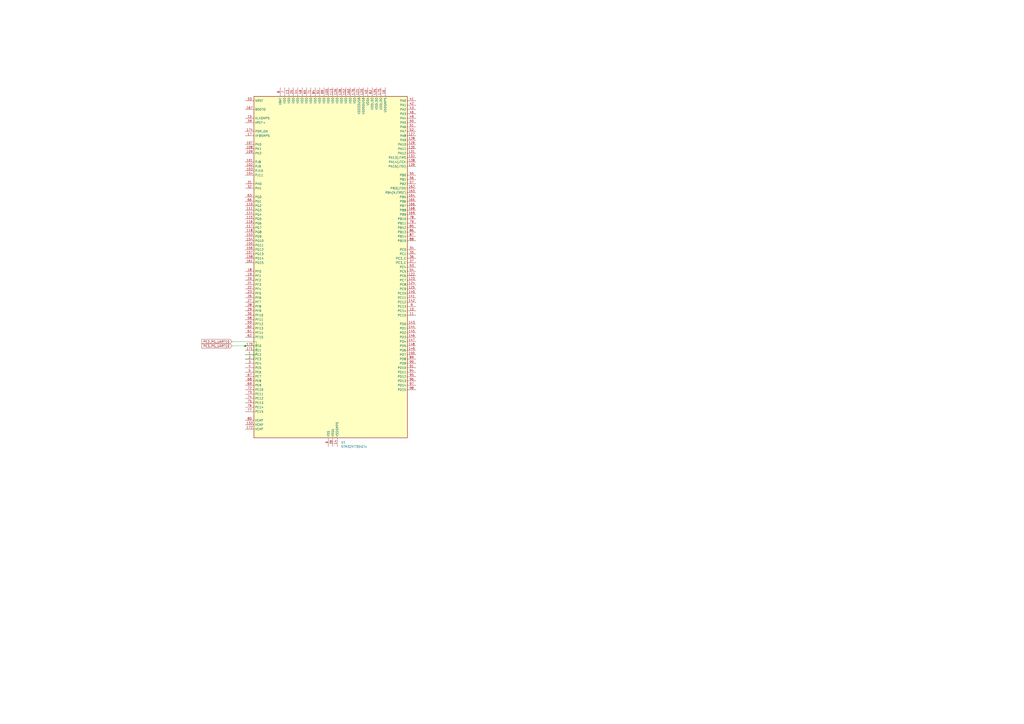
<source format=kicad_sch>
(kicad_sch (version 20231120) (generator "eeschema") (generator_version "8.0")
  (paper "A2")
  (lib_symbols
    (symbol "MCU_ST_STM32H7:STM32H735IGTx"
      (property "Reference" "U" (at -43.18 100.33 0))
      (property "Value" "STM32H735IGTx" (at 35.56 100.33 0))
      (symbol "STM32H735IGTx_0_1"
        (rectangle (start -43.18 -99.06) (end 45.72 99.06) (stroke (width 0.254)) (fill (type background)))
      )
      (symbol "STM32H735IGTx_1_1"
        (pin bidirectional line (at -48.26 -50.8 0) (length 5.08) (name "PE2") (number "1"))
        (pin bidirectional line (at 50.8 -25.4 180) (length 5.08) (name "PC14") (number "10"))
        (pin passive line (at 0 -104.14 90) (length 5.08) hide (name "VSS") (number "100"))
        (pin bidirectional line (at -48.26 60.96 0) (length 5.08) (name "PJ8") (number "101"))
        (pin bidirectional line (at -48.26 58.42 0) (length 5.08) (name "PJ9") (number "102"))
        (pin bidirectional line (at -48.26 55.88 0) (length 5.08) (name "PJ10") (number "103"))
        (pin bidirectional line (at -48.26 53.34 0) (length 5.08) (name "PJ11") (number "104"))
        (pin power_in line (at 0 104.14 270) (length 5.08) (name "VDD") (number "105"))
        (pin passive line (at 0 -104.14 90) (length 5.08) hide (name "VSS") (number "106"))
        (pin bidirectional line (at -48.26 71.12 0) (length 5.08) (name "PK0") (number "107"))
        (pin bidirectional line (at -48.26 68.58 0) (length 5.08) (name "PK1") (number "108"))
        (pin bidirectional line (at -48.26 66.04 0) (length 5.08) (name "PK2") (number "109"))
        (pin bidirectional line (at 50.8 -27.94 180) (length 5.08) (name "PC15") (number "11"))
        (pin bidirectional line (at -48.26 35.56 0) (length 5.08) (name "PG2") (number "110"))
        (pin bidirectional line (at -48.26 33.02 0) (length 5.08) (name "PG3") (number "111"))
        (pin passive line (at 0 -104.14 90) (length 5.08) hide (name "VSS") (number "112"))
        (pin power_in line (at 2.54 104.14 270) (length 5.08) (name "VDD") (number "113"))
        (pin bidirectional line (at -48.26 30.48 0) (length 5.08) (name "PG4") (number "114"))
        (pin bidirectional line (at -48.26 27.94 0) (length 5.08) (name "PG5") (number "115"))
        (pin bidirectional line (at -48.26 25.4 0) (length 5.08) (name "PG6") (number "116"))
        (pin bidirectional line (at -48.26 22.86 0) (length 5.08) (name "PG7") (number "117"))
        (pin bidirectional line (at -48.26 20.32 0) (length 5.08) (name "PG8") (number "118"))
        (pin passive line (at 0 -104.14 90) (length 5.08) hide (name "VSS") (number "119"))
        (pin passive line (at 0 -104.14 90) (length 5.08) hide (name "VSS") (number "12"))
        (pin power_in line (at 20.32 104.14 270) (length 5.08) (name "VDD50USB") (number "120"))
        (pin power_in line (at 17.78 104.14 270) (length 5.08) (name "VDD33USB") (number "121"))
        (pin bidirectional line (at 50.8 -5.08 180) (length 5.08) (name "PC6") (number "122"))
        (pin bidirectional line (at 50.8 -7.62 180) (length 5.08) (name "PC7") (number "123"))
        (pin bidirectional line (at 50.8 -10.16 180) (length 5.08) (name "PC8") (number "124"))
        (pin bidirectional line (at 50.8 -12.7 180) (length 5.08) (name "PC9") (number "125"))
        (pin power_in line (at 5.08 104.14 270) (length 5.08) (name "VDD") (number "126"))
        (pin bidirectional line (at 50.8 76.2 180) (length 5.08) (name "PA8") (number "127"))
        (pin bidirectional line (at 50.8 73.66 180) (length 5.08) (name "PA9") (number "128"))
        (pin bidirectional line (at 50.8 71.12 180) (length 5.08) (name "PA10") (number "129"))
        (pin power_in line (at -22.86 104.14 270) (length 5.08) (name "VDD") (number "13"))
        (pin bidirectional line (at 50.8 68.58 180) (length 5.08) (name "PA11") (number "130"))
        (pin bidirectional line (at 50.8 66.04 180) (length 5.08) (name "PA12") (number "131"))
        (pin bidirectional line (at 50.8 63.5 180) (length 5.08) (name "PA13(JTMS") (number "132"))
        (pin power_out line (at -48.26 -91.44 0) (length 5.08) (name "VCAP") (number "133"))
        (pin passive line (at 0 -104.14 90) (length 5.08) hide (name "VSS") (number "134"))
        (pin power_in line (at 27.94 104.14 270) (length 5.08) (name "VDDLDO") (number "135"))
        (pin power_in line (at 7.62 104.14 270) (length 5.08) (name "VDD") (number "136"))
        (pin passive line (at 0 -104.14 90) (length 5.08) hide (name "VSS") (number "137"))
        (pin bidirectional line (at 50.8 60.96 180) (length 5.08) (name "PA14(JTCK") (number "138"))
        (pin bidirectional line (at 50.8 58.42 180) (length 5.08) (name "PA15(JTDI)") (number "139"))
        (pin power_in line (at 5.08 -104.14 90) (length 5.08) (name "VSSSMPS") (number "14"))
        (pin bidirectional line (at 50.8 -15.24 180) (length 5.08) (name "PC10") (number "140"))
        (pin bidirectional line (at 50.8 -17.78 180) (length 5.08) (name "PC11") (number "141"))
        (pin bidirectional line (at 50.8 -20.32 180) (length 5.08) (name "PC12") (number "142"))
        (pin bidirectional line (at 50.8 -33.02 180) (length 5.08) (name "PD0") (number "143"))
        (pin bidirectional line (at 50.8 -35.56 180) (length 5.08) (name "PD1") (number "144"))
        (pin bidirectional line (at 50.8 -38.1 180) (length 5.08) (name "PD2") (number "145"))
        (pin bidirectional line (at 50.8 -40.64 180) (length 5.08) (name "PD3") (number "146"))
        (pin bidirectional line (at 50.8 -43.18 180) (length 5.08) (name "PD4") (number "147"))
        (pin bidirectional line (at 50.8 -45.72 180) (length 5.08) (name "PD5") (number "148"))
        (pin bidirectional line (at 50.8 -48.26 180) (length 5.08) (name "PD6") (number "149"))
        (pin power_in line (at -48.26 86.36 0) (length 5.08) (name "VLXSMPS") (number "15"))
        (pin bidirectional line (at 50.8 -50.8 180) (length 5.08) (name "PD7") (number "150"))
        (pin passive line (at 0 -104.14 90) (length 5.08) hide (name "VSS") (number "151"))
        (pin power_in line (at 10.16 104.14 270) (length 5.08) (name "VDD") (number "152"))
        (pin bidirectional line (at -48.26 17.78 0) (length 5.08) (name "PG9") (number "153"))
        (pin bidirectional line (at -48.26 15.24 0) (length 5.08) (name "PG10") (number "154"))
        (pin bidirectional line (at -48.26 12.7 0) (length 5.08) (name "PG11") (number "155"))
        (pin bidirectional line (at -48.26 10.16 0) (length 5.08) (name "PG12") (number "156"))
        (pin bidirectional line (at -48.26 7.62 0) (length 5.08) (name "PG13") (number "157"))
        (pin bidirectional line (at -48.26 5.08 0) (length 5.08) (name "PG14") (number "158"))
        (pin passive line (at 0 -104.14 90) (length 5.08) hide (name "VSS") (number "159"))
        (pin power_in line (at 33.02 104.14 270) (length 5.08) (name "VDDSMPS") (number "16"))
        (pin power_in line (at 12.7 104.14 270) (length 5.08) (name "VDD") (number "160"))
        (pin bidirectional line (at -48.26 2.54 0) (length 5.08) (name "PG15") (number "161"))
        (pin bidirectional line (at 50.8 45.72 180) (length 5.08) (name "PB3(JTDO") (number "162"))
        (pin bidirectional line (at 50.8 43.18 180) (length 5.08) (name "PB4(NJTRST)") (number "163"))
        (pin bidirectional line (at 50.8 40.64 180) (length 5.08) (name "PB5") (number "164"))
        (pin bidirectional line (at 50.8 38.1 180) (length 5.08) (name "PB6") (number "165"))
        (pin bidirectional line (at 50.8 35.56 180) (length 5.08) (name "PB7") (number "166"))
        (pin input line (at -48.26 91.44 0) (length 5.08) (name "BOOT0") (number "167"))
        (pin bidirectional line (at 50.8 33.02 180) (length 5.08) (name "PB8") (number "168"))
        (pin bidirectional line (at 50.8 30.48 180) (length 5.08) (name "PB9") (number "169"))
        (pin input line (at -48.26 76.2 0) (length 5.08) (name "VFBSMPS") (number "17"))
        (pin bidirectional line (at -48.26 -45.72 0) (length 5.08) (name "PE0") (number "170"))
        (pin bidirectional line (at -48.26 -48.26 0) (length 5.08) (name "PE1") (number "171"))
        (pin power_out line (at -48.26 -93.98 0) (length 5.08) (name "VCAP") (number "172"))
        (pin passive line (at 0 -104.14 90) (length 5.08) hide (name "VSS") (number "173"))
        (pin input line (at -48.26 78.74 0) (length 5.08) (name "PDR_ON") (number "174"))
        (pin power_in line (at 30.48 104.14 270) (length 5.08) (name "VDDLDO") (number "175"))
        (pin power_in line (at 15.24 104.14 270) (length 5.08) (name "VDD") (number "176"))
        (pin bidirectional line (at -48.26 -2.54 0) (length 5.08) (name "PF0") (number "18"))
        (pin bidirectional line (at -48.26 -5.08 0) (length 5.08) (name "PF1") (number "19"))
        (pin bidirectional line (at -48.26 -53.34 0) (length 5.08) (name "PE3") (number "2"))
        (pin bidirectional line (at -48.26 -7.62 0) (length 5.08) (name "PF2") (number "20"))
        (pin bidirectional line (at -48.26 -10.16 0) (length 5.08) (name "PF3") (number "21"))
        (pin bidirectional line (at -48.26 -12.7 0) (length 5.08) (name "PF4") (number "22"))
        (pin bidirectional line (at -48.26 -15.24 0) (length 5.08) (name "PF5") (number "23"))
        (pin passive line (at 0 -104.14 90) (length 5.08) hide (name "VSS") (number "24"))
        (pin power_in line (at -20.32 104.14 270) (length 5.08) (name "VDD") (number "25"))
        (pin bidirectional line (at -48.26 -17.78 0) (length 5.08) (name "PF6") (number "26"))
        (pin bidirectional line (at -48.26 -20.32 0) (length 5.08) (name "PF7") (number "27"))
        (pin bidirectional line (at -48.26 -22.86 0) (length 5.08) (name "PF8") (number "28"))
        (pin bidirectional line (at -48.26 -25.4 0) (length 5.08) (name "PF9") (number "29"))
        (pin bidirectional line (at -48.26 -55.88 0) (length 5.08) (name "PE4") (number "3"))
        (pin bidirectional line (at -48.26 -27.94 0) (length 5.08) (name "PF10") (number "30"))
        (pin bidirectional line (at -48.26 48.26 0) (length 5.08) (name "PH0") (number "31"))
        (pin bidirectional line (at -48.26 45.72 0) (length 5.08) (name "PH1") (number "32"))
        (pin input line (at -48.26 96.52 0) (length 5.08) (name "NRST") (number "33"))
        (pin bidirectional line (at 50.8 10.16 180) (length 5.08) (name "PC0") (number "34"))
        (pin bidirectional line (at 50.8 7.62 180) (length 5.08) (name "PC1") (number "35"))
        (pin bidirectional line (at 50.8 5.08 180) (length 5.08) (name "PC2_C") (number "36"))
        (pin bidirectional line (at 50.8 2.54 180) (length 5.08) (name "PC3_C") (number "37"))
        (pin power_in line (at 2.54 -104.14 90) (length 5.08) (name "VSSA") (number "38"))
        (pin input line (at -48.26 83.82 0) (length 5.08) (name "VREF+") (number "39"))
        (pin bidirectional line (at -48.26 -58.42 0) (length 5.08) (name "PE5") (number "4"))
        (pin power_in line (at 22.86 104.14 270) (length 5.08) (name "VDDA") (number "40"))
        (pin bidirectional line (at 50.8 96.52 180) (length 5.08) (name "PA0") (number "41"))
        (pin bidirectional line (at 50.8 93.98 180) (length 5.08) (name "PA1") (number "42"))
        (pin bidirectional line (at 50.8 91.44 180) (length 5.08) (name "PA2") (number "43"))
        (pin power_in line (at -17.78 104.14 270) (length 5.08) (name "VDD") (number "44"))
        (pin passive line (at 0 -104.14 90) (length 5.08) hide (name "VSS") (number "45"))
        (pin bidirectional line (at 50.8 88.9 180) (length 5.08) (name "PA3") (number "46"))
        (pin passive line (at 0 -104.14 90) (length 5.08) hide (name "VSS") (number "47"))
        (pin power_in line (at -15.24 104.14 270) (length 5.08) (name "VDD") (number "48"))
        (pin bidirectional line (at 50.8 86.36 180) (length 5.08) (name "PA4") (number "49"))
        (pin bidirectional line (at -48.26 -60.96 0) (length 5.08) (name "PE6") (number "5"))
        (pin bidirectional line (at 50.8 83.82 180) (length 5.08) (name "PA5") (number "50"))
        (pin bidirectional line (at 50.8 81.28 180) (length 5.08) (name "PA6") (number "51"))
        (pin bidirectional line (at 50.8 78.74 180) (length 5.08) (name "PA7") (number "52"))
        (pin bidirectional line (at 50.8 0 180) (length 5.08) (name "PC4") (number "53"))
        (pin bidirectional line (at 50.8 -2.54 180) (length 5.08) (name "PC5") (number "54"))
        (pin bidirectional line (at 50.8 53.34 180) (length 5.08) (name "PB0") (number "55"))
        (pin bidirectional line (at 50.8 50.8 180) (length 5.08) (name "PB1") (number "56"))
        (pin bidirectional line (at 50.8 48.26 180) (length 5.08) (name "PB2") (number "57"))
        (pin bidirectional line (at -48.26 -30.48 0) (length 5.08) (name "PF11") (number "58"))
        (pin bidirectional line (at -48.26 -33.02 0) (length 5.08) (name "PF12") (number "59"))
        (pin power_in line (at 0 -104.14 90) (length 5.08) (name "VSS") (number "6"))
        (pin bidirectional line (at -48.26 -35.56 0) (length 5.08) (name "PF13") (number "60"))
        (pin bidirectional line (at -48.26 -38.1 0) (length 5.08) (name "PF14") (number "61"))
        (pin bidirectional line (at -48.26 -40.64 0) (length 5.08) (name "PF15") (number "62"))
        (pin bidirectional line (at -48.26 40.64 0) (length 5.08) (name "PG0") (number "63"))
        (pin passive line (at 0 -104.14 90) (length 5.08) hide (name "VSS") (number "64"))
        (pin power_in line (at -12.7 104.14 270) (length 5.08) (name "VDD") (number "65"))
        (pin bidirectional line (at -48.26 38.1 0) (length 5.08) (name "PG1") (number "66"))
        (pin bidirectional line (at -48.26 -63.5 0) (length 5.08) (name "PE7") (number "67"))
        (pin bidirectional line (at -48.26 -66.04 0) (length 5.08) (name "PE8") (number "68"))
        (pin bidirectional line (at -48.26 -68.58 0) (length 5.08) (name "PE9") (number "69"))
        (pin power_in line (at -25.4 104.14 270) (length 5.08) (name "VDD") (number "7"))
        (pin passive line (at 0 -104.14 90) (length 5.08) hide (name "VSS") (number "70"))
        (pin power_in line (at -10.16 104.14 270) (length 5.08) (name "VDD") (number "71"))
        (pin bidirectional line (at -48.26 -71.12 0) (length 5.08) (name "PE10") (number "72"))
        (pin bidirectional line (at -48.26 -73.66 0) (length 5.08) (name "PE11") (number "73"))
        (pin bidirectional line (at -48.26 -76.2 0) (length 5.08) (name "PE12") (number "74"))
        (pin bidirectional line (at -48.26 -78.74 0) (length 5.08) (name "PE13") (number "75"))
        (pin bidirectional line (at -48.26 -81.28 0) (length 5.08) (name "PE14") (number "76"))
        (pin bidirectional line (at -48.26 -83.82 0) (length 5.08) (name "PE15") (number "77"))
        (pin bidirectional line (at 50.8 27.94 180) (length 5.08) (name "PB10") (number "78"))
        (pin bidirectional line (at 50.8 25.4 180) (length 5.08) (name "PB11") (number "79"))
        (pin power_in line (at -27.94 104.14 270) (length 5.08) (name "VBAT") (number "8"))
        (pin power_out line (at -48.26 -88.9 0) (length 5.08) (name "VCAP") (number "80"))
        (pin passive line (at 0 -104.14 90) (length 5.08) hide (name "VSS") (number "81"))
        (pin power_in line (at 25.4 104.14 270) (length 5.08) (name "VDDLDO") (number "82"))
        (pin passive line (at 0 -104.14 90) (length 5.08) hide (name "VSS") (number "83"))
        (pin power_in line (at -7.62 104.14 270) (length 5.08) (name "VDD") (number "84"))
        (pin bidirectional line (at 50.8 22.86 180) (length 5.08) (name "PB12") (number "85"))
        (pin bidirectional line (at 50.8 20.32 180) (length 5.08) (name "PB13") (number "86"))
        (pin bidirectional line (at 50.8 17.78 180) (length 5.08) (name "PB14") (number "87"))
        (pin bidirectional line (at 50.8 15.24 180) (length 5.08) (name "PB15") (number "88"))
        (pin bidirectional line (at 50.8 -53.34 180) (length 5.08) (name "PD8") (number "89"))
        (pin bidirectional line (at 50.8 -22.86 180) (length 5.08) (name "PC13") (number "9"))
        (pin bidirectional line (at 50.8 -55.88 180) (length 5.08) (name "PD9") (number "90"))
        (pin bidirectional line (at 50.8 -58.42 180) (length 5.08) (name "PD10") (number "91"))
        (pin power_in line (at -5.08 104.14 270) (length 5.08) (name "VDD") (number "92"))
        (pin passive line (at 0 -104.14 90) (length 5.08) hide (name "VSS") (number "93"))
        (pin bidirectional line (at 50.8 -60.96 180) (length 5.08) (name "PD11") (number "94"))
        (pin bidirectional line (at 50.8 -63.5 180) (length 5.08) (name "PD12") (number "95"))
        (pin bidirectional line (at 50.8 -66.04 180) (length 5.08) (name "PD13") (number "96"))
        (pin bidirectional line (at 50.8 -68.58 180) (length 5.08) (name "PD14") (number "97"))
        (pin bidirectional line (at 50.8 -71.12 180) (length 5.08) (name "PD15") (number "98"))
        (pin power_in line (at -2.54 104.14 270) (length 5.08) (name "VDD") (number "99"))
      )
    )
  )
  (junction (at 142.24 200.66))
  (wire (pts (xy 148.59 198.12) (xy 134.62 198.12)))
  (wire (pts (xy 147.32 208.28) (xy 147.32 200.66)))
  (wire (pts (xy 142.24 200.66) (xy 134.62 200.66)))
  (wire (pts (xy 147.32 200.66) (xy 142.24 200.66)))
  (wire (pts (xy 148.59 205.74) (xy 148.59 198.12)))
  (wire (pts (xy 142.24 208.28) (xy 147.32 208.28)))
  (wire (pts (xy 142.24 205.74) (xy 148.59 205.74)))
  (global_label "PE2_PG_UART10" (shape input) (at 134.62 198.12 180) (property "Intersheetrefs" "${INTERSHEET_REFS}" (effects (hide yes))))
  (global_label "PE3_PG_UART10" (shape input) (at 134.62 200.66 180) (property "Intersheetrefs" "${INTERSHEET_REFS}" (effects (hide yes))))
  (symbol (lib_id "MCU_ST_STM32H7:STM32H735IGTx") (at 190.5 154.94 0) (unit 1)
    (property "Reference" "U1" (at 197.7741 256.54 0) (effects (justify left)))
    (property "Value" "STM32H735IGTx" (at 197.7741 259.08 0) (effects (justify left)))
    (property "Footprint" "Package_QFP:LQFP-176_24x24mm_P0.5mm" (effects (hide yes)))
    (property "Datasheet" "https://www.st.com/resource/en/datasheet/stm32h735ig.pdf" (effects (hide yes)))
    (property "Description" "STMicroelectronics Arm Cortex-M7 MCU, 1024KB flash, 564KB RAM, 550 MHz, 1.62-3.6V, 121 GPIO, LQFP176" (effects (hide yes)))
  )
)
</source>
